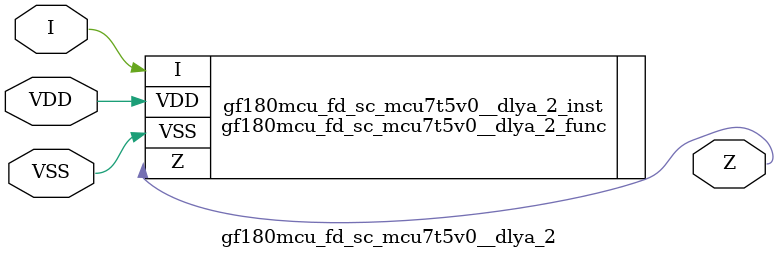
<source format=v>

module gf180mcu_fd_sc_mcu7t5v0__dlya_2( I, Z, VDD, VSS );
input I;
inout VDD, VSS;
output Z;

   `ifdef FUNCTIONAL  //  functional //

	gf180mcu_fd_sc_mcu7t5v0__dlya_2_func gf180mcu_fd_sc_mcu7t5v0__dlya_2_behav_inst(.I(I),.Z(Z),.VDD(VDD),.VSS(VSS));

   `else

	gf180mcu_fd_sc_mcu7t5v0__dlya_2_func gf180mcu_fd_sc_mcu7t5v0__dlya_2_inst(.I(I),.Z(Z),.VDD(VDD),.VSS(VSS));

	// spec_gates_begin


	// spec_gates_end



   specify

	// specify_block_begin

	// comb arc I --> Z
	 (I => Z) = (1.0,1.0);

	// specify_block_end

   endspecify

   `endif

endmodule

</source>
